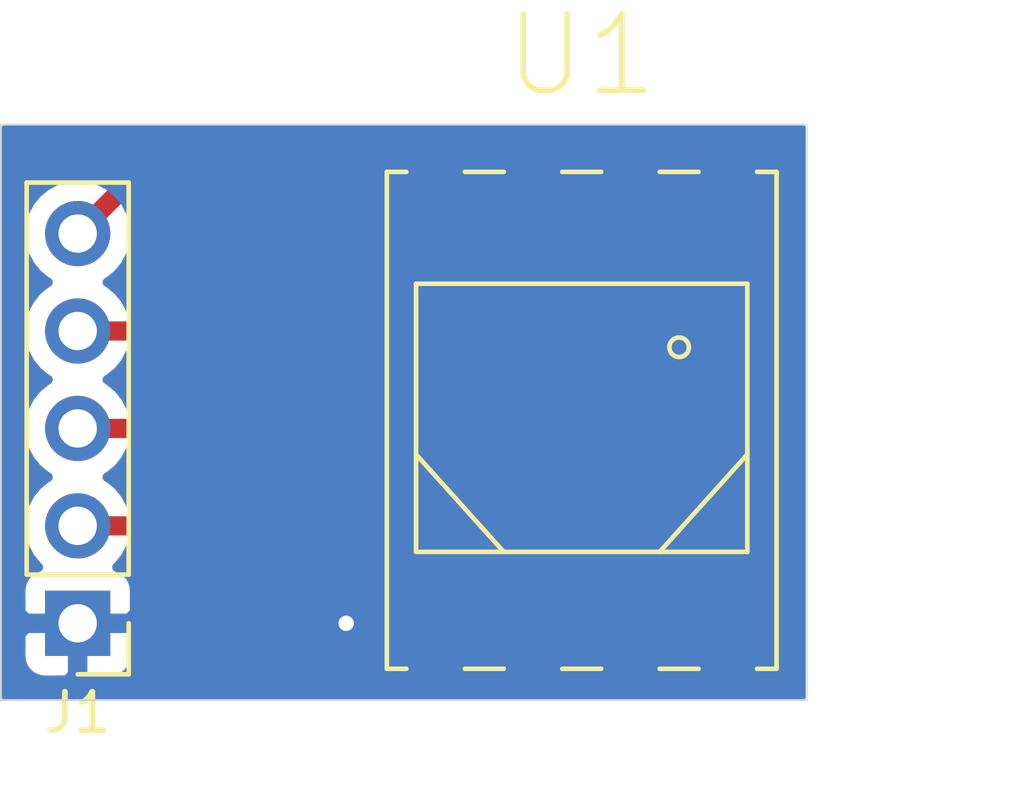
<source format=kicad_pcb>
(kicad_pcb (version 20171130) (host pcbnew "(5.1.2)-2")

  (general
    (thickness 1.6)
    (drawings 4)
    (tracks 16)
    (zones 0)
    (modules 2)
    (nets 9)
  )

  (page A4)
  (layers
    (0 F.Cu signal)
    (31 B.Cu signal)
    (32 B.Adhes user)
    (33 F.Adhes user)
    (34 B.Paste user)
    (35 F.Paste user)
    (36 B.SilkS user)
    (37 F.SilkS user)
    (38 B.Mask user)
    (39 F.Mask user)
    (40 Dwgs.User user)
    (41 Cmts.User user)
    (42 Eco1.User user)
    (43 Eco2.User user)
    (44 Edge.Cuts user)
    (45 Margin user)
    (46 B.CrtYd user)
    (47 F.CrtYd user)
    (48 B.Fab user)
    (49 F.Fab user)
  )

  (setup
    (last_trace_width 0.5)
    (user_trace_width 0.5)
    (trace_clearance 0.2)
    (zone_clearance 0.508)
    (zone_45_only no)
    (trace_min 0.2)
    (via_size 0.8)
    (via_drill 0.4)
    (via_min_size 0.4)
    (via_min_drill 0.3)
    (uvia_size 0.3)
    (uvia_drill 0.1)
    (uvias_allowed no)
    (uvia_min_size 0.2)
    (uvia_min_drill 0.1)
    (edge_width 0.05)
    (segment_width 0.2)
    (pcb_text_width 0.3)
    (pcb_text_size 1.5 1.5)
    (mod_edge_width 0.12)
    (mod_text_size 1 1)
    (mod_text_width 0.15)
    (pad_size 1.524 1.524)
    (pad_drill 0.762)
    (pad_to_mask_clearance 0.051)
    (solder_mask_min_width 0.25)
    (aux_axis_origin 0 0)
    (visible_elements FFFFFF7F)
    (pcbplotparams
      (layerselection 0x010fc_ffffffff)
      (usegerberextensions false)
      (usegerberattributes false)
      (usegerberadvancedattributes false)
      (creategerberjobfile false)
      (excludeedgelayer true)
      (linewidth 0.100000)
      (plotframeref false)
      (viasonmask false)
      (mode 1)
      (useauxorigin false)
      (hpglpennumber 1)
      (hpglpenspeed 20)
      (hpglpendiameter 15.000000)
      (psnegative false)
      (psa4output false)
      (plotreference true)
      (plotvalue true)
      (plotinvisibletext false)
      (padsonsilk false)
      (subtractmaskfromsilk false)
      (outputformat 1)
      (mirror false)
      (drillshape 1)
      (scaleselection 1)
      (outputdirectory ""))
  )

  (net 0 "")
  (net 1 "Net-(J1-Pad5)")
  (net 2 "Net-(U1-Pad6)")
  (net 3 "Net-(U1-Pad7)")
  (net 4 "Net-(U1-Pad8)")
  (net 5 "Net-(J1-Pad4)")
  (net 6 "Net-(J1-Pad3)")
  (net 7 "Net-(J1-Pad2)")
  (net 8 "Net-(J1-Pad1)")

  (net_class Default "This is the default net class."
    (clearance 0.2)
    (trace_width 0.25)
    (via_dia 0.8)
    (via_drill 0.4)
    (uvia_dia 0.3)
    (uvia_drill 0.1)
    (add_net "Net-(J1-Pad1)")
    (add_net "Net-(J1-Pad2)")
    (add_net "Net-(J1-Pad3)")
    (add_net "Net-(J1-Pad4)")
    (add_net "Net-(J1-Pad5)")
    (add_net "Net-(U1-Pad6)")
    (add_net "Net-(U1-Pad7)")
    (add_net "Net-(U1-Pad8)")
  )

  (module Connector_PinHeader_2.54mm:PinHeader_1x05_P2.54mm_Vertical (layer F.Cu) (tedit 59FED5CC) (tstamp 5DE83EE5)
    (at 142 112 180)
    (descr "Through hole straight pin header, 1x05, 2.54mm pitch, single row")
    (tags "Through hole pin header THT 1x05 2.54mm single row")
    (path /5DAF6965)
    (fp_text reference J1 (at 0 -2.33) (layer F.SilkS)
      (effects (font (size 1 1) (thickness 0.15)))
    )
    (fp_text value Conn_01x05_Male (at -8 9) (layer F.Fab)
      (effects (font (size 1 1) (thickness 0.15)))
    )
    (fp_text user %R (at 0 5.08 90) (layer F.Fab)
      (effects (font (size 1 1) (thickness 0.15)))
    )
    (fp_line (start 1.8 -1.8) (end -1.8 -1.8) (layer F.CrtYd) (width 0.05))
    (fp_line (start 1.8 11.95) (end 1.8 -1.8) (layer F.CrtYd) (width 0.05))
    (fp_line (start -1.8 11.95) (end 1.8 11.95) (layer F.CrtYd) (width 0.05))
    (fp_line (start -1.8 -1.8) (end -1.8 11.95) (layer F.CrtYd) (width 0.05))
    (fp_line (start -1.33 -1.33) (end 0 -1.33) (layer F.SilkS) (width 0.12))
    (fp_line (start -1.33 0) (end -1.33 -1.33) (layer F.SilkS) (width 0.12))
    (fp_line (start -1.33 1.27) (end 1.33 1.27) (layer F.SilkS) (width 0.12))
    (fp_line (start 1.33 1.27) (end 1.33 11.49) (layer F.SilkS) (width 0.12))
    (fp_line (start -1.33 1.27) (end -1.33 11.49) (layer F.SilkS) (width 0.12))
    (fp_line (start -1.33 11.49) (end 1.33 11.49) (layer F.SilkS) (width 0.12))
    (fp_line (start -1.27 -0.635) (end -0.635 -1.27) (layer F.Fab) (width 0.1))
    (fp_line (start -1.27 11.43) (end -1.27 -0.635) (layer F.Fab) (width 0.1))
    (fp_line (start 1.27 11.43) (end -1.27 11.43) (layer F.Fab) (width 0.1))
    (fp_line (start 1.27 -1.27) (end 1.27 11.43) (layer F.Fab) (width 0.1))
    (fp_line (start -0.635 -1.27) (end 1.27 -1.27) (layer F.Fab) (width 0.1))
    (pad 5 thru_hole oval (at 0 10.16 180) (size 1.7 1.7) (drill 1) (layers *.Cu *.Mask)
      (net 1 "Net-(J1-Pad5)"))
    (pad 4 thru_hole oval (at 0 7.62 180) (size 1.7 1.7) (drill 1) (layers *.Cu *.Mask)
      (net 5 "Net-(J1-Pad4)"))
    (pad 3 thru_hole oval (at 0 5.08 180) (size 1.7 1.7) (drill 1) (layers *.Cu *.Mask)
      (net 6 "Net-(J1-Pad3)"))
    (pad 2 thru_hole oval (at 0 2.54 180) (size 1.7 1.7) (drill 1) (layers *.Cu *.Mask)
      (net 7 "Net-(J1-Pad2)"))
    (pad 1 thru_hole rect (at 0 0 180) (size 1.7 1.7) (drill 1) (layers *.Cu *.Mask)
      (net 8 "Net-(J1-Pad1)"))
    (model ${KISYS3DMOD}/Connector_PinHeader_2.54mm.3dshapes/PinHeader_1x05_P2.54mm_Vertical.wrl
      (at (xyz 0 0 0))
      (scale (xyz 1 1 1))
      (rotate (xyz 0 0 0))
    )
  )

  (module "Pressure Sensor:SMT-NN" (layer F.Cu) (tedit 5DE832CD) (tstamp 5DE83BD6)
    (at 155.140001 107.598)
    (path /5DAF56BA)
    (fp_text reference U1 (at 0 -10.414) (layer F.SilkS)
      (effects (font (size 2 2) (thickness 0.15)))
    )
    (fp_text value PressureSensor (at 0 7.62) (layer F.Fab)
      (effects (font (size 2 2) (thickness 0.15)))
    )
    (fp_circle (center 2.54 -2.794) (end 2.54 -3.048) (layer F.SilkS) (width 0.12))
    (fp_line (start 2.032 2.54) (end 4.318 0) (layer F.SilkS) (width 0.12))
    (fp_line (start -4.318 0) (end -2.032 2.54) (layer F.SilkS) (width 0.12))
    (fp_line (start -4.318 2.54) (end -4.318 -4.45) (layer F.SilkS) (width 0.12))
    (fp_line (start 4.318 2.54) (end -4.318 2.54) (layer F.SilkS) (width 0.12))
    (fp_line (start 4.318 -4.45) (end 4.318 2.54) (layer F.SilkS) (width 0.12))
    (fp_line (start -4.318 -4.45) (end 4.318 -4.45) (layer F.SilkS) (width 0.12))
    (fp_line (start 5.08 5.588) (end 4.572 5.588) (layer F.SilkS) (width 0.12))
    (fp_line (start 5.08 -7.366) (end 5.08 5.588) (layer F.SilkS) (width 0.12))
    (fp_line (start 4.572 -7.366) (end 5.08 -7.366) (layer F.SilkS) (width 0.12))
    (fp_line (start 2.032 -7.366) (end 3.048 -7.366) (layer F.SilkS) (width 0.12))
    (fp_line (start -0.508 -7.366) (end 0.508 -7.366) (layer F.SilkS) (width 0.12))
    (fp_line (start -3.048 -7.366) (end -2.032 -7.366) (layer F.SilkS) (width 0.12))
    (fp_line (start -4.572 -7.366) (end -5.08 -7.366) (layer F.SilkS) (width 0.12))
    (fp_line (start -5.08 5.588) (end -5.08 -7.366) (layer F.SilkS) (width 0.12))
    (fp_line (start -4.826 5.588) (end -5.08 5.588) (layer F.SilkS) (width 0.12))
    (fp_line (start 2.032 5.588) (end 3.048 5.588) (layer F.SilkS) (width 0.12))
    (fp_line (start -0.508 5.588) (end 0.508 5.588) (layer F.SilkS) (width 0.12))
    (fp_line (start -2.032 5.588) (end -3.048 5.588) (layer F.SilkS) (width 0.12))
    (fp_line (start -4.826 5.588) (end -4.572 5.588) (layer F.SilkS) (width 0.12))
    (pad 5 smd rect (at 3.806 -6.582) (size 1.143 2.032) (layers F.Cu F.Paste F.Mask)
      (net 1 "Net-(J1-Pad5)"))
    (pad 6 smd rect (at 1.266 -6.582) (size 1.143 2.032) (layers F.Cu F.Paste F.Mask)
      (net 2 "Net-(U1-Pad6)"))
    (pad 7 smd rect (at -1.274 -6.582) (size 1.143 2.032) (layers F.Cu F.Paste F.Mask)
      (net 3 "Net-(U1-Pad7)"))
    (pad 8 smd rect (at -3.814 -6.582) (size 1.143 2.032) (layers F.Cu F.Paste F.Mask)
      (net 4 "Net-(U1-Pad8)"))
    (pad 4 smd rect (at 3.806 4.878) (size 1.143 2.032) (layers F.Cu F.Paste F.Mask)
      (net 5 "Net-(J1-Pad4)"))
    (pad 3 smd rect (at 1.266 4.878) (size 1.143 2.032) (layers F.Cu F.Paste F.Mask)
      (net 6 "Net-(J1-Pad3)"))
    (pad 2 smd rect (at -1.274 4.878) (size 1.143 2.032) (layers F.Cu F.Paste F.Mask)
      (net 7 "Net-(J1-Pad2)"))
    (pad 1 smd rect (at -3.814 4.878) (size 1.143 2.032) (layers F.Cu F.Paste F.Mask)
      (net 8 "Net-(J1-Pad1)"))
  )

  (gr_line (start 161 99) (end 161 114) (layer Edge.Cuts) (width 0.05) (tstamp 5DE84126))
  (gr_line (start 140 99) (end 161 99) (layer Edge.Cuts) (width 0.05))
  (gr_line (start 140 114) (end 140 99) (layer Edge.Cuts) (width 0.05))
  (gr_line (start 161 114) (end 140 114) (layer Edge.Cuts) (width 0.05))

  (segment (start 158.946001 100.5715) (end 158.946001 101.016) (width 0.5) (layer F.Cu) (net 1))
  (segment (start 157.874501 99.5) (end 158.946001 100.5715) (width 0.5) (layer F.Cu) (net 1))
  (segment (start 142 101.84) (end 144.34 99.5) (width 0.5) (layer F.Cu) (net 1))
  (segment (start 144.34 99.5) (end 157.874501 99.5) (width 0.5) (layer F.Cu) (net 1))
  (segment (start 158.946001 112.0315) (end 158.946001 112.476) (width 0.5) (layer F.Cu) (net 5))
  (segment (start 151.294501 104.38) (end 158.946001 112.0315) (width 0.5) (layer F.Cu) (net 5))
  (segment (start 142 104.38) (end 151.294501 104.38) (width 0.5) (layer F.Cu) (net 5))
  (segment (start 156.406001 112.0315) (end 156.406001 112.476) (width 0.5) (layer F.Cu) (net 6))
  (segment (start 151.294501 106.92) (end 156.406001 112.0315) (width 0.5) (layer F.Cu) (net 6))
  (segment (start 142 106.92) (end 151.294501 106.92) (width 0.5) (layer F.Cu) (net 6))
  (segment (start 153.866001 112.0315) (end 153.866001 112.476) (width 0.5) (layer F.Cu) (net 7))
  (segment (start 151.294501 109.46) (end 153.866001 112.0315) (width 0.5) (layer F.Cu) (net 7))
  (segment (start 142 109.46) (end 151.294501 109.46) (width 0.5) (layer F.Cu) (net 7))
  (via (at 149 112) (size 0.8) (drill 0.4) (layers F.Cu B.Cu) (net 8))
  (segment (start 151.326001 112.476) (end 149.476 112.476) (width 0.5) (layer F.Cu) (net 8))
  (segment (start 149.476 112.476) (end 149 112) (width 0.5) (layer F.Cu) (net 8))

  (zone (net 8) (net_name "Net-(J1-Pad1)") (layer B.Cu) (tstamp 0) (hatch edge 0.508)
    (connect_pads (clearance 0.508))
    (min_thickness 0.254)
    (fill yes (arc_segments 32) (thermal_gap 0.508) (thermal_bridge_width 0.508))
    (polygon
      (pts
        (xy 140 114) (xy 140 99) (xy 161 99) (xy 161 114)
      )
    )
    (filled_polygon
      (pts
        (xy 160.873 113.873) (xy 140.127 113.873) (xy 140.127 112.85) (xy 140.511928 112.85) (xy 140.524188 112.974482)
        (xy 140.560498 113.09418) (xy 140.619463 113.204494) (xy 140.698815 113.301185) (xy 140.795506 113.380537) (xy 140.90582 113.439502)
        (xy 141.025518 113.475812) (xy 141.15 113.488072) (xy 141.71425 113.485) (xy 141.873 113.32625) (xy 141.873 112.127)
        (xy 142.127 112.127) (xy 142.127 113.32625) (xy 142.28575 113.485) (xy 142.85 113.488072) (xy 142.974482 113.475812)
        (xy 143.09418 113.439502) (xy 143.204494 113.380537) (xy 143.301185 113.301185) (xy 143.380537 113.204494) (xy 143.439502 113.09418)
        (xy 143.475812 112.974482) (xy 143.488072 112.85) (xy 143.485 112.28575) (xy 143.32625 112.127) (xy 142.127 112.127)
        (xy 141.873 112.127) (xy 140.67375 112.127) (xy 140.515 112.28575) (xy 140.511928 112.85) (xy 140.127 112.85)
        (xy 140.127 101.84) (xy 140.507815 101.84) (xy 140.536487 102.131111) (xy 140.621401 102.411034) (xy 140.759294 102.669014)
        (xy 140.944866 102.895134) (xy 141.170986 103.080706) (xy 141.225791 103.11) (xy 141.170986 103.139294) (xy 140.944866 103.324866)
        (xy 140.759294 103.550986) (xy 140.621401 103.808966) (xy 140.536487 104.088889) (xy 140.507815 104.38) (xy 140.536487 104.671111)
        (xy 140.621401 104.951034) (xy 140.759294 105.209014) (xy 140.944866 105.435134) (xy 141.170986 105.620706) (xy 141.225791 105.65)
        (xy 141.170986 105.679294) (xy 140.944866 105.864866) (xy 140.759294 106.090986) (xy 140.621401 106.348966) (xy 140.536487 106.628889)
        (xy 140.507815 106.92) (xy 140.536487 107.211111) (xy 140.621401 107.491034) (xy 140.759294 107.749014) (xy 140.944866 107.975134)
        (xy 141.170986 108.160706) (xy 141.225791 108.19) (xy 141.170986 108.219294) (xy 140.944866 108.404866) (xy 140.759294 108.630986)
        (xy 140.621401 108.888966) (xy 140.536487 109.168889) (xy 140.507815 109.46) (xy 140.536487 109.751111) (xy 140.621401 110.031034)
        (xy 140.759294 110.289014) (xy 140.944866 110.515134) (xy 140.974687 110.539607) (xy 140.90582 110.560498) (xy 140.795506 110.619463)
        (xy 140.698815 110.698815) (xy 140.619463 110.795506) (xy 140.560498 110.90582) (xy 140.524188 111.025518) (xy 140.511928 111.15)
        (xy 140.515 111.71425) (xy 140.67375 111.873) (xy 141.873 111.873) (xy 141.873 111.853) (xy 142.127 111.853)
        (xy 142.127 111.873) (xy 143.32625 111.873) (xy 143.485 111.71425) (xy 143.488072 111.15) (xy 143.475812 111.025518)
        (xy 143.439502 110.90582) (xy 143.380537 110.795506) (xy 143.301185 110.698815) (xy 143.204494 110.619463) (xy 143.09418 110.560498)
        (xy 143.025313 110.539607) (xy 143.055134 110.515134) (xy 143.240706 110.289014) (xy 143.378599 110.031034) (xy 143.463513 109.751111)
        (xy 143.492185 109.46) (xy 143.463513 109.168889) (xy 143.378599 108.888966) (xy 143.240706 108.630986) (xy 143.055134 108.404866)
        (xy 142.829014 108.219294) (xy 142.774209 108.19) (xy 142.829014 108.160706) (xy 143.055134 107.975134) (xy 143.240706 107.749014)
        (xy 143.378599 107.491034) (xy 143.463513 107.211111) (xy 143.492185 106.92) (xy 143.463513 106.628889) (xy 143.378599 106.348966)
        (xy 143.240706 106.090986) (xy 143.055134 105.864866) (xy 142.829014 105.679294) (xy 142.774209 105.65) (xy 142.829014 105.620706)
        (xy 143.055134 105.435134) (xy 143.240706 105.209014) (xy 143.378599 104.951034) (xy 143.463513 104.671111) (xy 143.492185 104.38)
        (xy 143.463513 104.088889) (xy 143.378599 103.808966) (xy 143.240706 103.550986) (xy 143.055134 103.324866) (xy 142.829014 103.139294)
        (xy 142.774209 103.11) (xy 142.829014 103.080706) (xy 143.055134 102.895134) (xy 143.240706 102.669014) (xy 143.378599 102.411034)
        (xy 143.463513 102.131111) (xy 143.492185 101.84) (xy 143.463513 101.548889) (xy 143.378599 101.268966) (xy 143.240706 101.010986)
        (xy 143.055134 100.784866) (xy 142.829014 100.599294) (xy 142.571034 100.461401) (xy 142.291111 100.376487) (xy 142.07295 100.355)
        (xy 141.92705 100.355) (xy 141.708889 100.376487) (xy 141.428966 100.461401) (xy 141.170986 100.599294) (xy 140.944866 100.784866)
        (xy 140.759294 101.010986) (xy 140.621401 101.268966) (xy 140.536487 101.548889) (xy 140.507815 101.84) (xy 140.127 101.84)
        (xy 140.127 99.127) (xy 160.873 99.127)
      )
    )
  )
)

</source>
